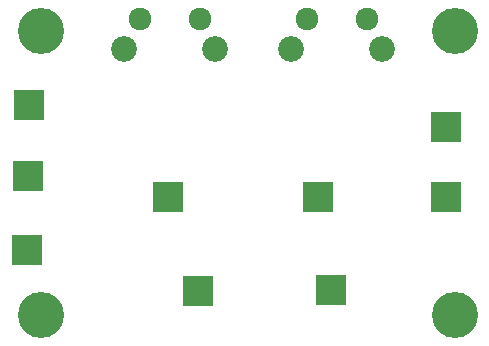
<source format=gbs>
G04 #@! TF.FileFunction,Soldermask,Bot*
%FSLAX46Y46*%
G04 Gerber Fmt 4.6, Leading zero omitted, Abs format (unit mm)*
G04 Created by KiCad (PCBNEW 4.0.1-stable) date 8/1/2017 2:14:50 AM*
%MOMM*%
G01*
G04 APERTURE LIST*
%ADD10C,0.100000*%
%ADD11C,3.900000*%
%ADD12C,1.924000*%
%ADD13C,2.178000*%
%ADD14R,2.635200X2.635200*%
G04 APERTURE END LIST*
D10*
D11*
X120000000Y-71000000D03*
X120000000Y-95000000D03*
X155000000Y-71000000D03*
X155000000Y-95000000D03*
D12*
X133400800Y-70000000D03*
X128320800Y-70000000D03*
D13*
X134710800Y-72540000D03*
X127010800Y-72540000D03*
D12*
X147540000Y-70000000D03*
X142460000Y-70000000D03*
D13*
X148850000Y-72540000D03*
X141150000Y-72540000D03*
D14*
X130700000Y-85000000D03*
X143470000Y-85000000D03*
X154280000Y-85000000D03*
X154280000Y-79130000D03*
X118920000Y-77280000D03*
X118890000Y-83290000D03*
X118810000Y-89490000D03*
X133270000Y-92980000D03*
X144510000Y-92930000D03*
M02*

</source>
